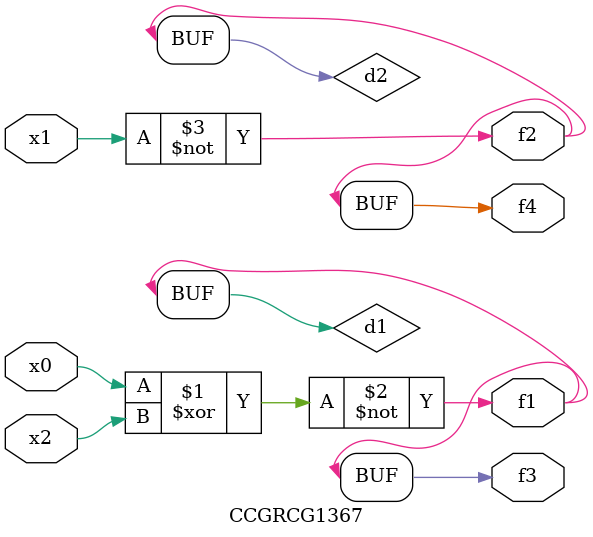
<source format=v>
module CCGRCG1367(
	input x0, x1, x2,
	output f1, f2, f3, f4
);

	wire d1, d2, d3;

	xnor (d1, x0, x2);
	nand (d2, x1);
	nor (d3, x1, x2);
	assign f1 = d1;
	assign f2 = d2;
	assign f3 = d1;
	assign f4 = d2;
endmodule

</source>
